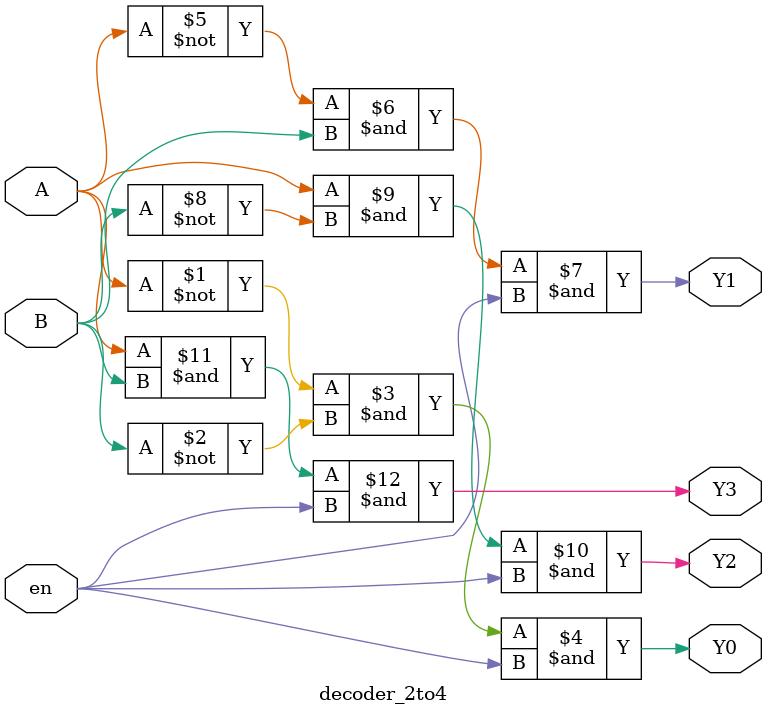
<source format=v>
module decoder_2to4(Y3, Y2, Y1, Y0, A, B, en);
	input  A, B, en; 
	output Y3, Y2, Y1, Y0;
	
	assign Y0 = (~A) & (~B) & en;//001//1000
	assign Y1 = (~A) & (B) & en; //011//0100
	assign Y2 = (A) & (~B) & en;//101//0010
	assign Y3 = (A) & (B) & en;//111//0001	
	//110//0000
	//Y0-Internal Scan
	//Y1-Boundary Scan
	//Y2-BIST
	//Y3-Bypass
endmodule
</source>
